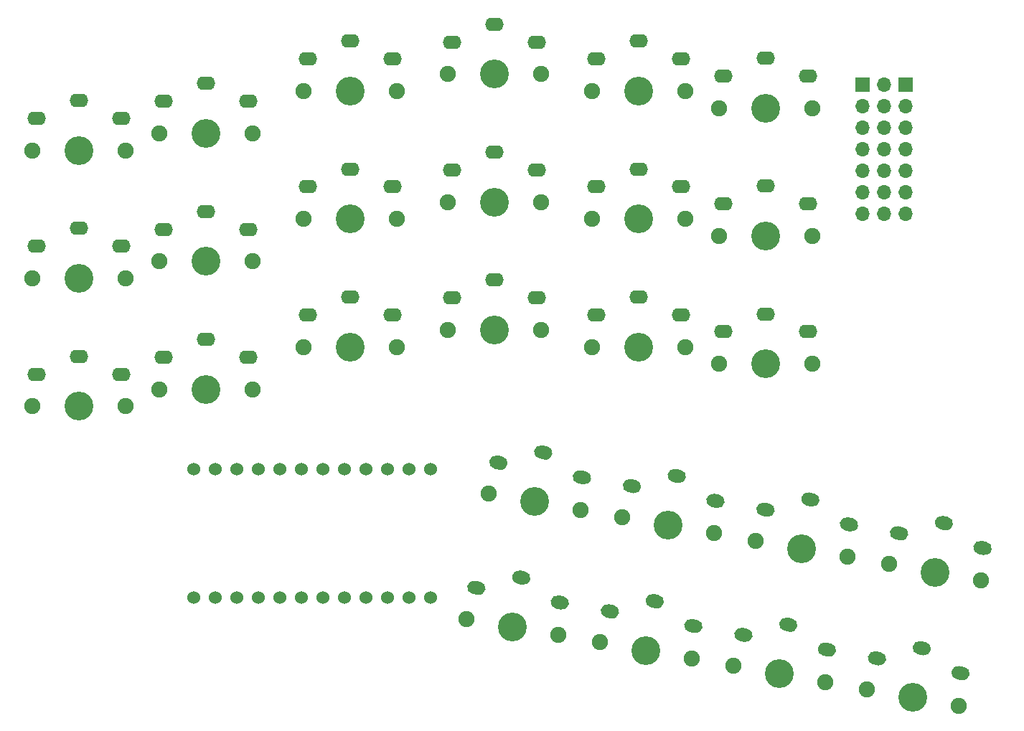
<source format=gbr>
%TF.GenerationSoftware,KiCad,Pcbnew,(5.1.9)-1*%
%TF.CreationDate,2021-08-30T11:16:40+09:00*%
%TF.ProjectId,007_SPLP,3030375f-5350-44c5-902e-6b696361645f,rev?*%
%TF.SameCoordinates,Original*%
%TF.FileFunction,Soldermask,Bot*%
%TF.FilePolarity,Negative*%
%FSLAX46Y46*%
G04 Gerber Fmt 4.6, Leading zero omitted, Abs format (unit mm)*
G04 Created by KiCad (PCBNEW (5.1.9)-1) date 2021-08-30 11:16:40*
%MOMM*%
%LPD*%
G01*
G04 APERTURE LIST*
%ADD10C,3.400000*%
%ADD11C,1.900000*%
%ADD12O,2.200000X1.600000*%
%ADD13R,1.700000X1.700000*%
%ADD14O,1.700000X1.700000*%
%ADD15C,1.524000*%
G04 APERTURE END LIST*
D10*
%TO.C,SW30*%
X144408127Y-161360185D03*
D11*
X138991684Y-160405120D03*
X149824570Y-162315250D03*
G36*
G01*
X148908741Y-158295143D02*
X148908741Y-158295143D01*
G75*
G02*
X149835506Y-157646216I787846J-138919D01*
G01*
X150426390Y-157750404D01*
G75*
G02*
X151075317Y-158677169I-138919J-787846D01*
G01*
X151075317Y-158677169D01*
G75*
G02*
X150148552Y-159326096I-787846J138919D01*
G01*
X149557668Y-159221908D01*
G75*
G02*
X148908741Y-158295143I138919J787846D01*
G01*
G37*
G36*
G01*
X139060663Y-156558662D02*
X139060663Y-156558662D01*
G75*
G02*
X139987428Y-155909735I787846J-138919D01*
G01*
X140578312Y-156013923D01*
G75*
G02*
X141227239Y-156940688I-138919J-787846D01*
G01*
X141227239Y-156940688D01*
G75*
G02*
X140300474Y-157589615I-787846J138919D01*
G01*
X139709590Y-157485427D01*
G75*
G02*
X139060663Y-156558662I138919J787846D01*
G01*
G37*
G36*
G01*
X144349363Y-155358806D02*
X144349363Y-155358806D01*
G75*
G02*
X145276128Y-154709879I787846J-138919D01*
G01*
X145867012Y-154814067D01*
G75*
G02*
X146515939Y-155740832I-138919J-787846D01*
G01*
X146515939Y-155740832D01*
G75*
G02*
X145589174Y-156389759I-787846J138919D01*
G01*
X144998290Y-156285571D01*
G75*
G02*
X144349363Y-155358806I138919J787846D01*
G01*
G37*
%TD*%
D10*
%TO.C,SW22*%
X115499002Y-141031328D03*
D11*
X110082559Y-140076263D03*
X120915445Y-141986393D03*
G36*
G01*
X119999616Y-137966286D02*
X119999616Y-137966286D01*
G75*
G02*
X120926381Y-137317359I787846J-138919D01*
G01*
X121517265Y-137421547D01*
G75*
G02*
X122166192Y-138348312I-138919J-787846D01*
G01*
X122166192Y-138348312D01*
G75*
G02*
X121239427Y-138997239I-787846J138919D01*
G01*
X120648543Y-138893051D01*
G75*
G02*
X119999616Y-137966286I138919J787846D01*
G01*
G37*
G36*
G01*
X110151538Y-136229805D02*
X110151538Y-136229805D01*
G75*
G02*
X111078303Y-135580878I787846J-138919D01*
G01*
X111669187Y-135685066D01*
G75*
G02*
X112318114Y-136611831I-138919J-787846D01*
G01*
X112318114Y-136611831D01*
G75*
G02*
X111391349Y-137260758I-787846J138919D01*
G01*
X110800465Y-137156570D01*
G75*
G02*
X110151538Y-136229805I138919J787846D01*
G01*
G37*
G36*
G01*
X115440238Y-135029949D02*
X115440238Y-135029949D01*
G75*
G02*
X116367003Y-134381022I787846J-138919D01*
G01*
X116957887Y-134485210D01*
G75*
G02*
X117606814Y-135411975I-138919J-787846D01*
G01*
X117606814Y-135411975D01*
G75*
G02*
X116680049Y-136060902I-787846J138919D01*
G01*
X116089165Y-135956714D01*
G75*
G02*
X115440238Y-135029949I138919J787846D01*
G01*
G37*
%TD*%
D12*
%TO.C,SW17*%
X112000000Y-114100000D03*
X107000000Y-116200000D03*
X117000000Y-116200000D03*
D11*
X117500000Y-120000000D03*
X106500000Y-120000000D03*
D10*
X112000000Y-120000000D03*
%TD*%
%TO.C,SW24*%
X147012850Y-146588068D03*
D11*
X141596407Y-145633003D03*
X152429293Y-147543133D03*
G36*
G01*
X151513464Y-143523026D02*
X151513464Y-143523026D01*
G75*
G02*
X152440229Y-142874099I787846J-138919D01*
G01*
X153031113Y-142978287D01*
G75*
G02*
X153680040Y-143905052I-138919J-787846D01*
G01*
X153680040Y-143905052D01*
G75*
G02*
X152753275Y-144553979I-787846J138919D01*
G01*
X152162391Y-144449791D01*
G75*
G02*
X151513464Y-143523026I138919J787846D01*
G01*
G37*
G36*
G01*
X141665386Y-141786545D02*
X141665386Y-141786545D01*
G75*
G02*
X142592151Y-141137618I787846J-138919D01*
G01*
X143183035Y-141241806D01*
G75*
G02*
X143831962Y-142168571I-138919J-787846D01*
G01*
X143831962Y-142168571D01*
G75*
G02*
X142905197Y-142817498I-787846J138919D01*
G01*
X142314313Y-142713310D01*
G75*
G02*
X141665386Y-141786545I138919J787846D01*
G01*
G37*
G36*
G01*
X146954086Y-140586689D02*
X146954086Y-140586689D01*
G75*
G02*
X147880851Y-139937762I787846J-138919D01*
G01*
X148471735Y-140041950D01*
G75*
G02*
X149120662Y-140968715I-138919J-787846D01*
G01*
X149120662Y-140968715D01*
G75*
G02*
X148193897Y-141617642I-787846J138919D01*
G01*
X147603013Y-141513454D01*
G75*
G02*
X146954086Y-140586689I138919J787846D01*
G01*
G37*
%TD*%
D13*
%TO.C,J1*%
X138400000Y-89000000D03*
D14*
X140940000Y-89000000D03*
X138400000Y-91540000D03*
X140940000Y-91540000D03*
X138400000Y-94080000D03*
X140940000Y-94080000D03*
X138400000Y-96620000D03*
X140940000Y-96620000D03*
X138400000Y-99160000D03*
X140940000Y-99160000D03*
X138400000Y-101700000D03*
X140940000Y-101700000D03*
X138400000Y-104240000D03*
X140940000Y-104240000D03*
%TD*%
D13*
%TO.C,J2*%
X143480000Y-89000000D03*
D14*
X143480000Y-91540000D03*
X143480000Y-94080000D03*
X143480000Y-96620000D03*
X143480000Y-99160000D03*
X143480000Y-101700000D03*
X143480000Y-104240000D03*
%TD*%
D12*
%TO.C,SW1*%
X46000000Y-90900000D03*
X41000000Y-93000000D03*
X51000000Y-93000000D03*
D11*
X51500000Y-96800000D03*
X40500000Y-96800000D03*
D10*
X46000000Y-96800000D03*
%TD*%
%TO.C,SW2*%
X61000000Y-94800000D03*
D11*
X55500000Y-94800000D03*
X66500000Y-94800000D03*
D12*
X66000000Y-91000000D03*
X56000000Y-91000000D03*
X61000000Y-88900000D03*
%TD*%
%TO.C,SW3*%
X78000000Y-83900000D03*
X73000000Y-86000000D03*
X83000000Y-86000000D03*
D11*
X83500000Y-89800000D03*
X72500000Y-89800000D03*
D10*
X78000000Y-89800000D03*
%TD*%
D12*
%TO.C,SW4*%
X95000000Y-81900000D03*
X90000000Y-84000000D03*
X100000000Y-84000000D03*
D11*
X100500000Y-87800000D03*
X89500000Y-87800000D03*
D10*
X95000000Y-87800000D03*
%TD*%
%TO.C,SW5*%
X112000000Y-89800000D03*
D11*
X106500000Y-89800000D03*
X117500000Y-89800000D03*
D12*
X117000000Y-86000000D03*
X107000000Y-86000000D03*
X112000000Y-83900000D03*
%TD*%
D10*
%TO.C,SW6*%
X127000000Y-91800000D03*
D11*
X121500000Y-91800000D03*
X132500000Y-91800000D03*
D12*
X132000000Y-88000000D03*
X122000000Y-88000000D03*
X127000000Y-85900000D03*
%TD*%
%TO.C,SW7*%
X46000000Y-106000000D03*
X41000000Y-108100000D03*
X51000000Y-108100000D03*
D11*
X51500000Y-111900000D03*
X40500000Y-111900000D03*
D10*
X46000000Y-111900000D03*
%TD*%
D12*
%TO.C,SW8*%
X61000000Y-104000000D03*
X56000000Y-106100000D03*
X66000000Y-106100000D03*
D11*
X66500000Y-109900000D03*
X55500000Y-109900000D03*
D10*
X61000000Y-109900000D03*
%TD*%
%TO.C,SW9*%
X78000000Y-104900000D03*
D11*
X72500000Y-104900000D03*
X83500000Y-104900000D03*
D12*
X83000000Y-101100000D03*
X73000000Y-101100000D03*
X78000000Y-99000000D03*
%TD*%
%TO.C,SW10*%
X95000000Y-97000000D03*
X90000000Y-99100000D03*
X100000000Y-99100000D03*
D11*
X100500000Y-102900000D03*
X89500000Y-102900000D03*
D10*
X95000000Y-102900000D03*
%TD*%
%TO.C,SW11*%
X112000000Y-104900000D03*
D11*
X106500000Y-104900000D03*
X117500000Y-104900000D03*
D12*
X117000000Y-101100000D03*
X107000000Y-101100000D03*
X112000000Y-99000000D03*
%TD*%
%TO.C,SW12*%
X127000000Y-101000000D03*
X122000000Y-103100000D03*
X132000000Y-103100000D03*
D11*
X132500000Y-106900000D03*
X121500000Y-106900000D03*
D10*
X127000000Y-106900000D03*
%TD*%
D12*
%TO.C,SW13*%
X46000000Y-121100000D03*
X41000000Y-123200000D03*
X51000000Y-123200000D03*
D11*
X51500000Y-127000000D03*
X40500000Y-127000000D03*
D10*
X46000000Y-127000000D03*
%TD*%
%TO.C,SW14*%
X61000000Y-125000000D03*
D11*
X55500000Y-125000000D03*
X66500000Y-125000000D03*
D12*
X66000000Y-121200000D03*
X56000000Y-121200000D03*
X61000000Y-119100000D03*
%TD*%
%TO.C,SW15*%
X78000000Y-114100000D03*
X73000000Y-116200000D03*
X83000000Y-116200000D03*
D11*
X83500000Y-120000000D03*
X72500000Y-120000000D03*
D10*
X78000000Y-120000000D03*
%TD*%
%TO.C,SW16*%
X95000000Y-118000000D03*
D11*
X89500000Y-118000000D03*
X100500000Y-118000000D03*
D12*
X100000000Y-114200000D03*
X90000000Y-114200000D03*
X95000000Y-112100000D03*
%TD*%
%TO.C,SW18*%
X127000000Y-116100000D03*
X122000000Y-118200000D03*
X132000000Y-118200000D03*
D11*
X132500000Y-122000000D03*
X121500000Y-122000000D03*
D10*
X127000000Y-122000000D03*
%TD*%
%TO.C,SW21*%
G36*
G01*
X99683314Y-132251577D02*
X99683314Y-132251577D01*
G75*
G02*
X100610079Y-131602650I787846J-138919D01*
G01*
X101200963Y-131706838D01*
G75*
G02*
X101849890Y-132633603I-138919J-787846D01*
G01*
X101849890Y-132633603D01*
G75*
G02*
X100923125Y-133282530I-787846J138919D01*
G01*
X100332241Y-133178342D01*
G75*
G02*
X99683314Y-132251577I138919J787846D01*
G01*
G37*
G36*
G01*
X94394614Y-133451433D02*
X94394614Y-133451433D01*
G75*
G02*
X95321379Y-132802506I787846J-138919D01*
G01*
X95912263Y-132906694D01*
G75*
G02*
X96561190Y-133833459I-138919J-787846D01*
G01*
X96561190Y-133833459D01*
G75*
G02*
X95634425Y-134482386I-787846J138919D01*
G01*
X95043541Y-134378198D01*
G75*
G02*
X94394614Y-133451433I138919J787846D01*
G01*
G37*
G36*
G01*
X104242692Y-135187914D02*
X104242692Y-135187914D01*
G75*
G02*
X105169457Y-134538987I787846J-138919D01*
G01*
X105760341Y-134643175D01*
G75*
G02*
X106409268Y-135569940I-138919J-787846D01*
G01*
X106409268Y-135569940D01*
G75*
G02*
X105482503Y-136218867I-787846J138919D01*
G01*
X104891619Y-136114679D01*
G75*
G02*
X104242692Y-135187914I138919J787846D01*
G01*
G37*
D11*
X105158521Y-139208021D03*
X94325635Y-137297891D03*
D10*
X99742078Y-138252956D03*
%TD*%
%TO.C,SW23*%
G36*
G01*
X131197162Y-137808319D02*
X131197162Y-137808319D01*
G75*
G02*
X132123927Y-137159392I787846J-138919D01*
G01*
X132714811Y-137263580D01*
G75*
G02*
X133363738Y-138190345I-138919J-787846D01*
G01*
X133363738Y-138190345D01*
G75*
G02*
X132436973Y-138839272I-787846J138919D01*
G01*
X131846089Y-138735084D01*
G75*
G02*
X131197162Y-137808319I138919J787846D01*
G01*
G37*
G36*
G01*
X125908462Y-139008175D02*
X125908462Y-139008175D01*
G75*
G02*
X126835227Y-138359248I787846J-138919D01*
G01*
X127426111Y-138463436D01*
G75*
G02*
X128075038Y-139390201I-138919J-787846D01*
G01*
X128075038Y-139390201D01*
G75*
G02*
X127148273Y-140039128I-787846J138919D01*
G01*
X126557389Y-139934940D01*
G75*
G02*
X125908462Y-139008175I138919J787846D01*
G01*
G37*
G36*
G01*
X135756540Y-140744656D02*
X135756540Y-140744656D01*
G75*
G02*
X136683305Y-140095729I787846J-138919D01*
G01*
X137274189Y-140199917D01*
G75*
G02*
X137923116Y-141126682I-138919J-787846D01*
G01*
X137923116Y-141126682D01*
G75*
G02*
X136996351Y-141775609I-787846J138919D01*
G01*
X136405467Y-141671421D01*
G75*
G02*
X135756540Y-140744656I138919J787846D01*
G01*
G37*
D11*
X136672369Y-144764763D03*
X125839483Y-142854633D03*
D10*
X131255926Y-143809698D03*
%TD*%
%TO.C,SW27*%
G36*
G01*
X97078591Y-147023693D02*
X97078591Y-147023693D01*
G75*
G02*
X98005356Y-146374766I787846J-138919D01*
G01*
X98596240Y-146478954D01*
G75*
G02*
X99245167Y-147405719I-138919J-787846D01*
G01*
X99245167Y-147405719D01*
G75*
G02*
X98318402Y-148054646I-787846J138919D01*
G01*
X97727518Y-147950458D01*
G75*
G02*
X97078591Y-147023693I138919J787846D01*
G01*
G37*
G36*
G01*
X91789891Y-148223549D02*
X91789891Y-148223549D01*
G75*
G02*
X92716656Y-147574622I787846J-138919D01*
G01*
X93307540Y-147678810D01*
G75*
G02*
X93956467Y-148605575I-138919J-787846D01*
G01*
X93956467Y-148605575D01*
G75*
G02*
X93029702Y-149254502I-787846J138919D01*
G01*
X92438818Y-149150314D01*
G75*
G02*
X91789891Y-148223549I138919J787846D01*
G01*
G37*
G36*
G01*
X101637969Y-149960030D02*
X101637969Y-149960030D01*
G75*
G02*
X102564734Y-149311103I787846J-138919D01*
G01*
X103155618Y-149415291D01*
G75*
G02*
X103804545Y-150342056I-138919J-787846D01*
G01*
X103804545Y-150342056D01*
G75*
G02*
X102877780Y-150990983I-787846J138919D01*
G01*
X102286896Y-150886795D01*
G75*
G02*
X101637969Y-149960030I138919J787846D01*
G01*
G37*
D11*
X102553798Y-153980137D03*
X91720912Y-152070007D03*
D10*
X97137355Y-153025072D03*
%TD*%
%TO.C,SW28*%
X112894280Y-155803443D03*
D11*
X107477837Y-154848378D03*
X118310723Y-156758508D03*
G36*
G01*
X117394894Y-152738401D02*
X117394894Y-152738401D01*
G75*
G02*
X118321659Y-152089474I787846J-138919D01*
G01*
X118912543Y-152193662D01*
G75*
G02*
X119561470Y-153120427I-138919J-787846D01*
G01*
X119561470Y-153120427D01*
G75*
G02*
X118634705Y-153769354I-787846J138919D01*
G01*
X118043821Y-153665166D01*
G75*
G02*
X117394894Y-152738401I138919J787846D01*
G01*
G37*
G36*
G01*
X107546816Y-151001920D02*
X107546816Y-151001920D01*
G75*
G02*
X108473581Y-150352993I787846J-138919D01*
G01*
X109064465Y-150457181D01*
G75*
G02*
X109713392Y-151383946I-138919J-787846D01*
G01*
X109713392Y-151383946D01*
G75*
G02*
X108786627Y-152032873I-787846J138919D01*
G01*
X108195743Y-151928685D01*
G75*
G02*
X107546816Y-151001920I138919J787846D01*
G01*
G37*
G36*
G01*
X112835516Y-149802064D02*
X112835516Y-149802064D01*
G75*
G02*
X113762281Y-149153137I787846J-138919D01*
G01*
X114353165Y-149257325D01*
G75*
G02*
X115002092Y-150184090I-138919J-787846D01*
G01*
X115002092Y-150184090D01*
G75*
G02*
X114075327Y-150833017I-787846J138919D01*
G01*
X113484443Y-150728829D01*
G75*
G02*
X112835516Y-149802064I138919J787846D01*
G01*
G37*
%TD*%
%TO.C,SW29*%
G36*
G01*
X128592439Y-152580435D02*
X128592439Y-152580435D01*
G75*
G02*
X129519204Y-151931508I787846J-138919D01*
G01*
X130110088Y-152035696D01*
G75*
G02*
X130759015Y-152962461I-138919J-787846D01*
G01*
X130759015Y-152962461D01*
G75*
G02*
X129832250Y-153611388I-787846J138919D01*
G01*
X129241366Y-153507200D01*
G75*
G02*
X128592439Y-152580435I138919J787846D01*
G01*
G37*
G36*
G01*
X123303739Y-153780291D02*
X123303739Y-153780291D01*
G75*
G02*
X124230504Y-153131364I787846J-138919D01*
G01*
X124821388Y-153235552D01*
G75*
G02*
X125470315Y-154162317I-138919J-787846D01*
G01*
X125470315Y-154162317D01*
G75*
G02*
X124543550Y-154811244I-787846J138919D01*
G01*
X123952666Y-154707056D01*
G75*
G02*
X123303739Y-153780291I138919J787846D01*
G01*
G37*
G36*
G01*
X133151817Y-155516772D02*
X133151817Y-155516772D01*
G75*
G02*
X134078582Y-154867845I787846J-138919D01*
G01*
X134669466Y-154972033D01*
G75*
G02*
X135318393Y-155898798I-138919J-787846D01*
G01*
X135318393Y-155898798D01*
G75*
G02*
X134391628Y-156547725I-787846J138919D01*
G01*
X133800744Y-156443537D01*
G75*
G02*
X133151817Y-155516772I138919J787846D01*
G01*
G37*
X134067646Y-159536879D03*
X123234760Y-157626749D03*
D10*
X128651203Y-158581814D03*
%TD*%
D15*
%TO.C,U1*%
X59522000Y-134388600D03*
X62062000Y-134388600D03*
X64602000Y-134388600D03*
X67142000Y-134388600D03*
X69682000Y-134388600D03*
X72222000Y-134388600D03*
X74762000Y-134388600D03*
X77302000Y-134388600D03*
X79842000Y-134388600D03*
X82382000Y-134388600D03*
X84922000Y-134388600D03*
X87462000Y-134388600D03*
X87462000Y-149608600D03*
X84922000Y-149608600D03*
X82382000Y-149608600D03*
X79842000Y-149608600D03*
X77302000Y-149608600D03*
X74762000Y-149608600D03*
X72222000Y-149608600D03*
X69682000Y-149608600D03*
X67142000Y-149608600D03*
X64602000Y-149608600D03*
X62062000Y-149608600D03*
X59522000Y-149608600D03*
%TD*%
M02*

</source>
